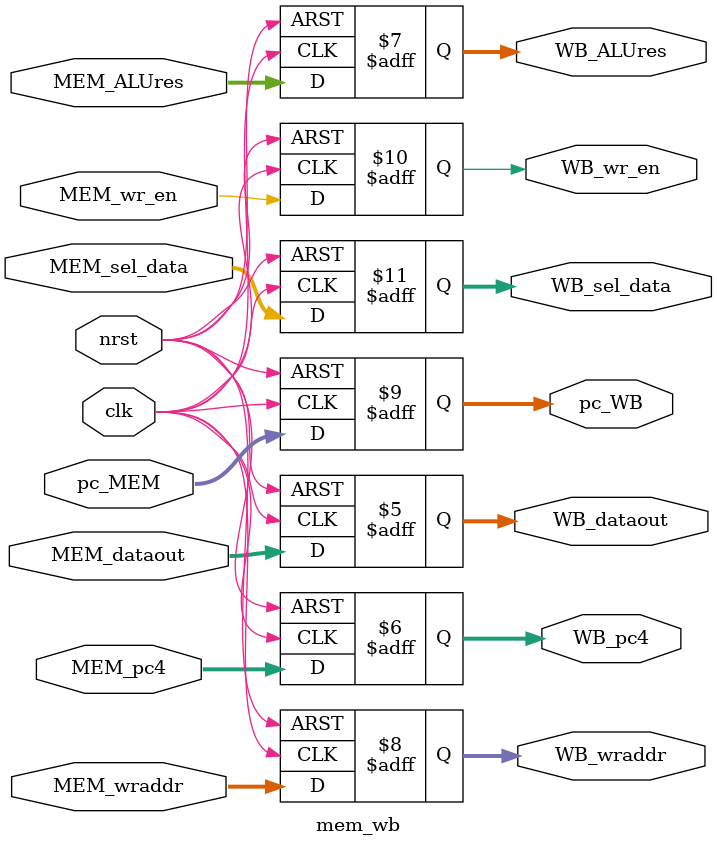
<source format=v>
`timescale 1ns/1ps

module mem_wb(
	input clk,
	input nrst,
	// inputs
	input [31:0] MEM_pc4,
	input [31:0] MEM_ALUres,
	input [31:0] MEM_dataout,
	input [4:0] MEM_wraddr,
	input [31:0] pc_MEM,
	// outputs
	output reg [31:0] WB_pc4,
	output reg [31:0] WB_ALUres,
	output reg [31:0] WB_dataout,
	output reg [4:0] WB_wraddr,
	output reg [31:0] pc_WB,
	// NOTE: add control signals here
	input MEM_wr_en,
	input [1:0] MEM_sel_data,
	
	output reg WB_wr_en,
	output reg [1:0] WB_sel_data
);
	
	always@(posedge clk or negedge nrst) begin
		if(!nrst) begin
			WB_pc4 <= 0;
			WB_ALUres <= 0;
			WB_wraddr <= 0;
			pc_WB <= 0;

			WB_wr_en <= 0;
			WB_sel_data <= 0;
		end
		else begin
			WB_pc4 <= MEM_pc4;
			WB_ALUres <= MEM_ALUres;
			WB_wraddr <= MEM_wraddr;
			pc_WB <= pc_MEM;

			WB_wr_en <= MEM_wr_en;
			WB_sel_data <= MEM_sel_data;
		end
	end

	always@(negedge clk or negedge nrst) begin
		if(!nrst) 
			WB_dataout <= 0;
		else
			WB_dataout <= MEM_dataout;
	end
endmodule
</source>
